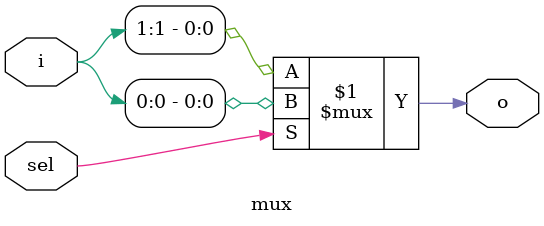
<source format=v>
`timescale 1ns / 1ps

module mux(
    input [0:1] i,
    input sel,
    output o
    );
    
    assign o = sel ? i[0] : i[1];
endmodule

</source>
